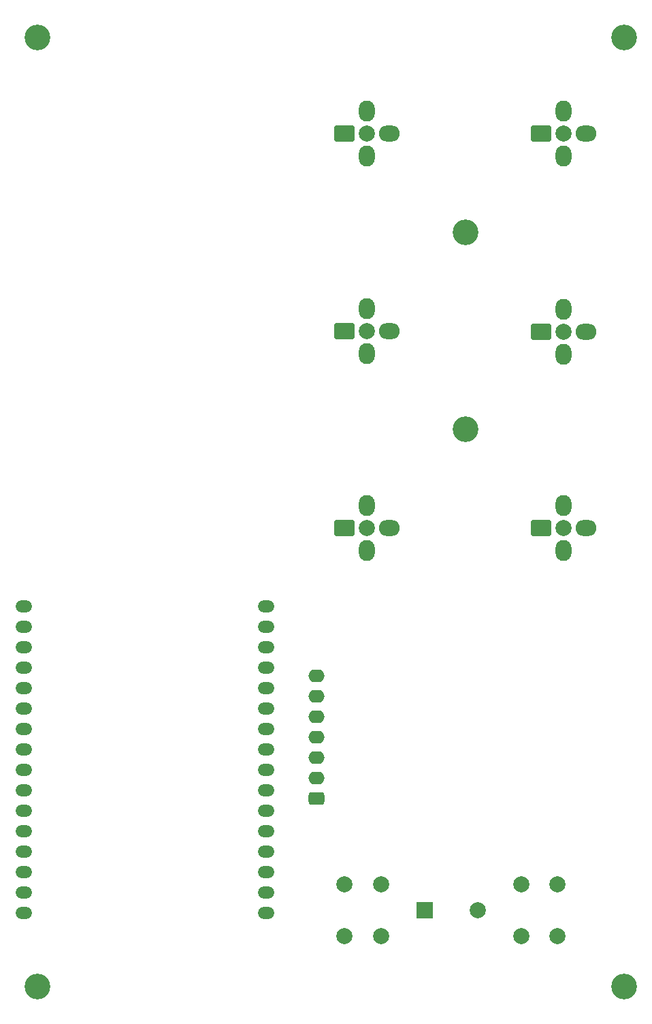
<source format=gbr>
%TF.GenerationSoftware,KiCad,Pcbnew,9.0.2*%
%TF.CreationDate,2025-10-29T16:28:33+01:00*%
%TF.ProjectId,neverx_main,6e657665-7278-45f6-9d61-696e2e6b6963,rev?*%
%TF.SameCoordinates,Original*%
%TF.FileFunction,Soldermask,Bot*%
%TF.FilePolarity,Negative*%
%FSLAX46Y46*%
G04 Gerber Fmt 4.6, Leading zero omitted, Abs format (unit mm)*
G04 Created by KiCad (PCBNEW 9.0.2) date 2025-10-29 16:28:33*
%MOMM*%
%LPD*%
G01*
G04 APERTURE LIST*
G04 Aperture macros list*
%AMRoundRect*
0 Rectangle with rounded corners*
0 $1 Rounding radius*
0 $2 $3 $4 $5 $6 $7 $8 $9 X,Y pos of 4 corners*
0 Add a 4 corners polygon primitive as box body*
4,1,4,$2,$3,$4,$5,$6,$7,$8,$9,$2,$3,0*
0 Add four circle primitives for the rounded corners*
1,1,$1+$1,$2,$3*
1,1,$1+$1,$4,$5*
1,1,$1+$1,$6,$7*
1,1,$1+$1,$8,$9*
0 Add four rect primitives between the rounded corners*
20,1,$1+$1,$2,$3,$4,$5,0*
20,1,$1+$1,$4,$5,$6,$7,0*
20,1,$1+$1,$6,$7,$8,$9,0*
20,1,$1+$1,$8,$9,$2,$3,0*%
G04 Aperture macros list end*
%ADD10C,3.200000*%
%ADD11R,2.000000X2.000000*%
%ADD12C,2.000000*%
%ADD13RoundRect,0.300000X-1.000000X-0.700000X1.000000X-0.700000X1.000000X0.700000X-1.000000X0.700000X0*%
%ADD14RoundRect,1.000000X0.000010X-0.300000X0.000010X0.300000X-0.000010X0.300000X-0.000010X-0.300000X0*%
%ADD15RoundRect,1.000000X-0.300000X-0.000010X0.300000X-0.000010X0.300000X0.000010X-0.300000X0.000010X0*%
%ADD16RoundRect,1.000000X-0.000010X0.300000X-0.000010X-0.300000X0.000010X-0.300000X0.000010X0.300000X0*%
%ADD17RoundRect,0.400000X0.600000X-0.400000X0.600000X0.400000X-0.600000X0.400000X-0.600000X-0.400000X0*%
%ADD18O,2.000000X1.600000*%
%ADD19RoundRect,0.800000X0.200000X-0.000010X0.200000X0.000010X-0.200000X0.000010X-0.200000X-0.000010X0*%
G04 APERTURE END LIST*
D10*
%TO.C,H6*%
X146750000Y-57750000D03*
%TD*%
D11*
%TO.C,BZ2*%
X141700000Y-142000000D03*
D12*
X148300000Y-142000000D03*
%TD*%
D10*
%TO.C,H5*%
X146750000Y-82250000D03*
%TD*%
D13*
%TO.C,J1*%
X131700000Y-45500000D03*
D14*
X134500000Y-42700000D03*
D15*
X137300000Y-45500000D03*
D16*
X134500000Y-48300000D03*
D12*
X134500000Y-45500000D03*
%TD*%
%TO.C,SW1*%
X131750000Y-145250000D03*
X131750000Y-138750000D03*
X136250000Y-145250000D03*
X136250000Y-138750000D03*
%TD*%
D10*
%TO.C,H2*%
X93500000Y-33500000D03*
%TD*%
D13*
%TO.C,J4*%
X156200000Y-70100000D03*
D14*
X159000000Y-67300000D03*
D15*
X161800000Y-70100000D03*
D16*
X159000000Y-72900000D03*
D12*
X159000000Y-70100000D03*
%TD*%
D13*
%TO.C,J3*%
X131700000Y-70000000D03*
D14*
X134500000Y-67200000D03*
D15*
X137300000Y-70000000D03*
D16*
X134500000Y-72800000D03*
D12*
X134500000Y-70000000D03*
%TD*%
D10*
%TO.C,H3*%
X166500000Y-151500000D03*
%TD*%
%TO.C,H4*%
X166500000Y-33500000D03*
%TD*%
D13*
%TO.C,J5*%
X131700000Y-94500000D03*
D14*
X134500000Y-91700000D03*
D15*
X137300000Y-94500000D03*
D16*
X134500000Y-97300000D03*
D12*
X134500000Y-94500000D03*
%TD*%
D13*
%TO.C,J2*%
X156200000Y-45500000D03*
D14*
X159000000Y-42700000D03*
D15*
X161800000Y-45500000D03*
D16*
X159000000Y-48300000D03*
D12*
X159000000Y-45500000D03*
%TD*%
D17*
%TO.C,U3*%
X128250000Y-128120000D03*
D18*
X128250000Y-125580000D03*
X128250000Y-123040000D03*
X128250000Y-120500000D03*
X128250000Y-117960000D03*
X128250000Y-115420000D03*
X128250000Y-112880000D03*
%TD*%
D19*
%TO.C,U1*%
X122000000Y-142350000D03*
X121942099Y-139810000D03*
X121942099Y-137270000D03*
X121942099Y-134730000D03*
X121942099Y-132190000D03*
X121942099Y-129650000D03*
X121942099Y-127110000D03*
X121942099Y-124570000D03*
X121942099Y-122030000D03*
X121942099Y-119490000D03*
X121942099Y-116950000D03*
X121942099Y-114410000D03*
X121942099Y-111870000D03*
X121942099Y-109330000D03*
X121942099Y-106790000D03*
X121942099Y-104250000D03*
X91800000Y-104250000D03*
X91800000Y-106790000D03*
X91800000Y-109330000D03*
X91800000Y-111870000D03*
X91800000Y-114410000D03*
X91800000Y-116950000D03*
X91800000Y-119490000D03*
X91800000Y-122030000D03*
X91800000Y-124570000D03*
X91800000Y-127110000D03*
X91800000Y-129650000D03*
X91800000Y-132190000D03*
X91800000Y-134730000D03*
X91800000Y-137270000D03*
X91800000Y-139810000D03*
X91800000Y-142350000D03*
%TD*%
D12*
%TO.C,SW2*%
X153750000Y-145250000D03*
X153750000Y-138750000D03*
X158250000Y-145250000D03*
X158250000Y-138750000D03*
%TD*%
D10*
%TO.C,H1*%
X93500000Y-151500000D03*
%TD*%
D13*
%TO.C,J6*%
X156200000Y-94500000D03*
D14*
X159000000Y-91700000D03*
D15*
X161800000Y-94500000D03*
D16*
X159000000Y-97300000D03*
D12*
X159000000Y-94500000D03*
%TD*%
M02*

</source>
